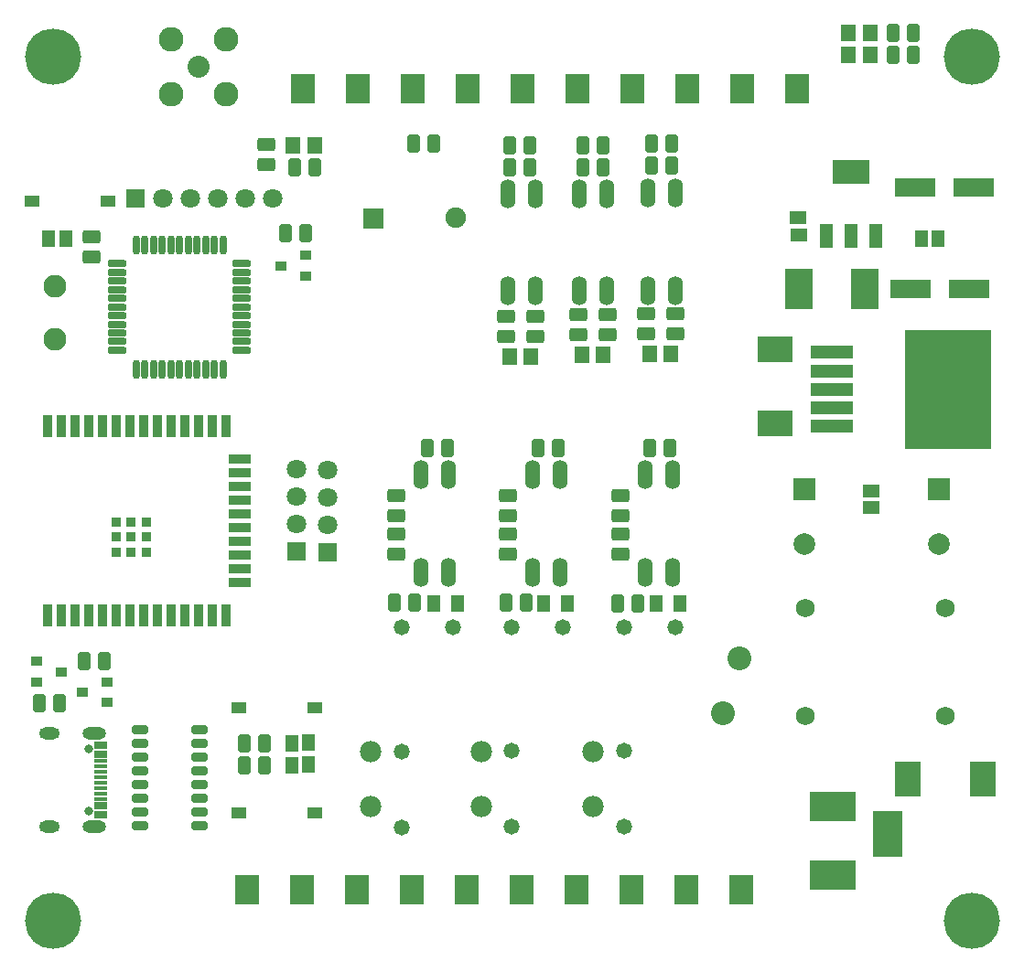
<source format=gts>
G04*
G04 #@! TF.GenerationSoftware,Altium Limited,Altium Designer,18.0.11 (651)*
G04*
G04 Layer_Color=8388736*
%FSTAX24Y24*%
%MOIN*%
G70*
G01*
G75*
%ADD38R,0.0354X0.0354*%
%ADD39R,0.0354X0.0787*%
%ADD40R,0.0787X0.0354*%
%ADD48R,0.0474X0.0867*%
%ADD49R,0.1379X0.0867*%
%ADD50R,0.0592X0.0474*%
%ADD51R,0.1308X0.0966*%
%ADD52R,0.0966X0.1308*%
%ADD53R,0.1005X0.1458*%
G04:AMPARAMS|DCode=54|XSize=59.6mil|YSize=32.4mil|CornerRadius=7.1mil|HoleSize=0mil|Usage=FLASHONLY|Rotation=180.000|XOffset=0mil|YOffset=0mil|HoleType=Round|Shape=RoundedRectangle|*
%AMROUNDEDRECTD54*
21,1,0.0596,0.0183,0,0,180.0*
21,1,0.0455,0.0324,0,0,180.0*
1,1,0.0141,-0.0227,0.0092*
1,1,0.0141,0.0227,0.0092*
1,1,0.0141,0.0227,-0.0092*
1,1,0.0141,-0.0227,-0.0092*
%
%ADD54ROUNDEDRECTD54*%
%ADD55R,0.3182X0.4348*%
%ADD56R,0.1572X0.0470*%
G04:AMPARAMS|DCode=57|XSize=47.4mil|YSize=63.9mil|CornerRadius=8.9mil|HoleSize=0mil|Usage=FLASHONLY|Rotation=90.000|XOffset=0mil|YOffset=0mil|HoleType=Round|Shape=RoundedRectangle|*
%AMROUNDEDRECTD57*
21,1,0.0474,0.0461,0,0,90.0*
21,1,0.0295,0.0639,0,0,90.0*
1,1,0.0178,0.0230,0.0148*
1,1,0.0178,0.0230,-0.0148*
1,1,0.0178,-0.0230,-0.0148*
1,1,0.0178,-0.0230,0.0148*
%
%ADD57ROUNDEDRECTD57*%
G04:AMPARAMS|DCode=58|XSize=47.4mil|YSize=63.9mil|CornerRadius=8.9mil|HoleSize=0mil|Usage=FLASHONLY|Rotation=180.000|XOffset=0mil|YOffset=0mil|HoleType=Round|Shape=RoundedRectangle|*
%AMROUNDEDRECTD58*
21,1,0.0474,0.0461,0,0,180.0*
21,1,0.0295,0.0639,0,0,180.0*
1,1,0.0178,-0.0148,0.0230*
1,1,0.0178,0.0148,0.0230*
1,1,0.0178,0.0148,-0.0230*
1,1,0.0178,-0.0148,-0.0230*
%
%ADD58ROUNDEDRECTD58*%
%ADD59R,0.0552X0.0592*%
%ADD60R,0.0434X0.0356*%
%ADD61R,0.0552X0.0395*%
G04:AMPARAMS|DCode=62|XSize=25.7mil|YSize=67.1mil|CornerRadius=8.4mil|HoleSize=0mil|Usage=FLASHONLY|Rotation=270.000|XOffset=0mil|YOffset=0mil|HoleType=Round|Shape=RoundedRectangle|*
%AMROUNDEDRECTD62*
21,1,0.0257,0.0502,0,0,270.0*
21,1,0.0089,0.0671,0,0,270.0*
1,1,0.0169,-0.0251,-0.0044*
1,1,0.0169,-0.0251,0.0044*
1,1,0.0169,0.0251,0.0044*
1,1,0.0169,0.0251,-0.0044*
%
%ADD62ROUNDEDRECTD62*%
G04:AMPARAMS|DCode=63|XSize=25.7mil|YSize=67.1mil|CornerRadius=8.4mil|HoleSize=0mil|Usage=FLASHONLY|Rotation=180.000|XOffset=0mil|YOffset=0mil|HoleType=Round|Shape=RoundedRectangle|*
%AMROUNDEDRECTD63*
21,1,0.0257,0.0502,0,0,180.0*
21,1,0.0089,0.0671,0,0,180.0*
1,1,0.0169,-0.0044,0.0251*
1,1,0.0169,0.0044,0.0251*
1,1,0.0169,0.0044,-0.0251*
1,1,0.0169,-0.0044,-0.0251*
%
%ADD63ROUNDEDRECTD63*%
%ADD64O,0.0552X0.1064*%
%ADD65R,0.0474X0.0592*%
%ADD66R,0.1458X0.0710*%
%ADD67R,0.0488X0.0276*%
%ADD68R,0.0488X0.0157*%
%ADD69C,0.0780*%
%ADD70R,0.1080X0.1680*%
%ADD71R,0.1680X0.1080*%
%ADD72C,0.0867*%
%ADD73C,0.0680*%
%ADD74R,0.0749X0.0749*%
%ADD75C,0.0749*%
%ADD76R,0.0867X0.1064*%
%ADD77R,0.0710X0.0710*%
%ADD78C,0.0710*%
%ADD79C,0.0580*%
%ADD80R,0.0710X0.0710*%
%ADD81C,0.0830*%
%ADD82C,0.0900*%
%ADD83C,0.0800*%
%ADD84R,0.0789X0.0789*%
%ADD85C,0.0789*%
%ADD86O,0.0749X0.0434*%
%ADD87O,0.0867X0.0434*%
%ADD88C,0.0316*%
%ADD89C,0.2049*%
D38*
X016827Y027908D02*
D03*
X017378Y028459D02*
D03*
X016827D02*
D03*
Y029011D02*
D03*
X01793D02*
D03*
Y028459D02*
D03*
Y027908D02*
D03*
X017378Y029011D02*
D03*
Y027908D02*
D03*
D39*
X014339Y032495D02*
D03*
X014839D02*
D03*
X015339D02*
D03*
X015839D02*
D03*
X016339D02*
D03*
X016839D02*
D03*
X017339D02*
D03*
X017839D02*
D03*
X018339D02*
D03*
X018839D02*
D03*
X019339D02*
D03*
X019839D02*
D03*
X020339D02*
D03*
X020839D02*
D03*
X014339Y025605D02*
D03*
X014839D02*
D03*
X015339D02*
D03*
X015839D02*
D03*
X019839D02*
D03*
X019339D02*
D03*
X018839D02*
D03*
X018339D02*
D03*
X017839D02*
D03*
X017339D02*
D03*
X016339D02*
D03*
X016839D02*
D03*
X020839D02*
D03*
X020339D02*
D03*
D40*
X021331Y031302D02*
D03*
Y030802D02*
D03*
Y030302D02*
D03*
Y029802D02*
D03*
Y029302D02*
D03*
Y028802D02*
D03*
Y028302D02*
D03*
Y027802D02*
D03*
Y027302D02*
D03*
Y026802D02*
D03*
D48*
X042694Y03944D02*
D03*
X0436D02*
D03*
X044506D02*
D03*
D49*
X0436Y041763D02*
D03*
D50*
X041696Y039477D02*
D03*
X041689Y040089D02*
D03*
X044339Y030139D02*
D03*
X044346Y029527D02*
D03*
D51*
X04085Y03531D02*
D03*
Y03259D02*
D03*
D52*
X04569Y01965D02*
D03*
X04841D02*
D03*
D53*
X041709Y0375D02*
D03*
X044091D02*
D03*
D54*
X019883Y01795D02*
D03*
Y01845D02*
D03*
Y01895D02*
D03*
Y01945D02*
D03*
Y01995D02*
D03*
Y02045D02*
D03*
Y02095D02*
D03*
Y02145D02*
D03*
X017717D02*
D03*
Y02095D02*
D03*
Y02045D02*
D03*
Y01995D02*
D03*
Y01945D02*
D03*
Y01895D02*
D03*
Y01845D02*
D03*
Y01795D02*
D03*
D55*
X04715Y03385D02*
D03*
D56*
X042918Y032511D02*
D03*
Y033181D02*
D03*
Y03385D02*
D03*
Y034519D02*
D03*
Y035189D02*
D03*
D57*
X033672Y035832D02*
D03*
Y036568D02*
D03*
X034747Y035832D02*
D03*
Y036568D02*
D03*
X036144Y035882D02*
D03*
Y036618D02*
D03*
X037197Y035882D02*
D03*
Y036618D02*
D03*
X0223Y042037D02*
D03*
Y042774D02*
D03*
X032097Y036518D02*
D03*
Y035782D02*
D03*
X031044Y036518D02*
D03*
Y035782D02*
D03*
X0352Y029232D02*
D03*
Y029968D02*
D03*
X035213Y028568D02*
D03*
Y027832D02*
D03*
X0311Y029232D02*
D03*
Y029968D02*
D03*
X031113Y028568D02*
D03*
Y027832D02*
D03*
X02705Y029968D02*
D03*
Y029232D02*
D03*
Y027832D02*
D03*
Y028568D02*
D03*
X01595Y039418D02*
D03*
Y038682D02*
D03*
D58*
X037Y0317D02*
D03*
X036264D02*
D03*
X023Y039546D02*
D03*
X023736D02*
D03*
X028418Y0428D02*
D03*
X027682D02*
D03*
X023332Y04195D02*
D03*
X024068D02*
D03*
X037065Y0428D02*
D03*
X036329D02*
D03*
X037065Y042D02*
D03*
X036329D02*
D03*
X034583Y04275D02*
D03*
X033847D02*
D03*
X034583Y04195D02*
D03*
X033847D02*
D03*
X031163Y04275D02*
D03*
X0319D02*
D03*
X031163Y04195D02*
D03*
X0319D02*
D03*
X032214Y0317D02*
D03*
X03295D02*
D03*
X0289D02*
D03*
X028164D02*
D03*
X0351Y02605D02*
D03*
X035836D02*
D03*
X031032Y026056D02*
D03*
X031768D02*
D03*
X0277D02*
D03*
X026964D02*
D03*
X02225Y020144D02*
D03*
X021514D02*
D03*
X02225Y02095D02*
D03*
X021514D02*
D03*
X045868Y04605D02*
D03*
X045132D02*
D03*
X045868Y04685D02*
D03*
X045132D02*
D03*
X015682Y02395D02*
D03*
X016418D02*
D03*
X014032Y022397D02*
D03*
X014768D02*
D03*
D59*
X023281Y04275D02*
D03*
X024068D02*
D03*
X033796Y0351D02*
D03*
X034583D02*
D03*
X03626Y03515D02*
D03*
X037047D02*
D03*
X031947Y03505D02*
D03*
X03116D02*
D03*
X0443Y04605D02*
D03*
X043513D02*
D03*
Y04685D02*
D03*
X0443D02*
D03*
D60*
X022847Y03835D02*
D03*
X023753Y037976D02*
D03*
Y038724D02*
D03*
X014853Y02355D02*
D03*
X013947Y023924D02*
D03*
Y023176D02*
D03*
X015597Y0228D02*
D03*
X016503Y022426D02*
D03*
Y023174D02*
D03*
D61*
X013772Y0407D02*
D03*
X016528D02*
D03*
X024078Y0184D02*
D03*
X021322D02*
D03*
X024078Y02225D02*
D03*
X021322D02*
D03*
D62*
X021414Y035275D02*
D03*
Y03559D02*
D03*
Y035905D02*
D03*
Y03622D02*
D03*
Y036535D02*
D03*
Y03685D02*
D03*
Y037165D02*
D03*
Y03748D02*
D03*
Y037795D02*
D03*
Y03811D02*
D03*
Y038425D02*
D03*
X016886D02*
D03*
Y03811D02*
D03*
Y037795D02*
D03*
Y03748D02*
D03*
Y037165D02*
D03*
Y03685D02*
D03*
Y036535D02*
D03*
Y03622D02*
D03*
Y035905D02*
D03*
Y03559D02*
D03*
Y035275D02*
D03*
D63*
X020725Y039114D02*
D03*
X02041D02*
D03*
X020095D02*
D03*
X01978D02*
D03*
X019465D02*
D03*
X01915D02*
D03*
X018835D02*
D03*
X01852D02*
D03*
X018205D02*
D03*
X01789D02*
D03*
X017575D02*
D03*
Y034586D02*
D03*
X01789D02*
D03*
X018205D02*
D03*
X01852D02*
D03*
X018835D02*
D03*
X01915D02*
D03*
X019465D02*
D03*
X01978D02*
D03*
X020095D02*
D03*
X02041D02*
D03*
X020725D02*
D03*
D64*
X037197Y040993D02*
D03*
X036197D02*
D03*
X037197Y03745D02*
D03*
X036197D02*
D03*
X034697Y040972D02*
D03*
X033697D02*
D03*
X034697Y037428D02*
D03*
X033697D02*
D03*
X031097D02*
D03*
X032097D02*
D03*
X031097Y040972D02*
D03*
X032097D02*
D03*
X0361Y027178D02*
D03*
X0371D02*
D03*
X0361Y030722D02*
D03*
X0371D02*
D03*
X032Y027178D02*
D03*
X033D02*
D03*
X032Y030722D02*
D03*
X033D02*
D03*
X02895D02*
D03*
X02795D02*
D03*
X02895Y027178D02*
D03*
X02795D02*
D03*
D65*
X037383Y02605D02*
D03*
X036517D02*
D03*
X033283D02*
D03*
X032417D02*
D03*
X028417D02*
D03*
X029283D02*
D03*
X015Y03935D02*
D03*
X014388Y039343D02*
D03*
X023842Y020161D02*
D03*
X023229Y020154D02*
D03*
X023839Y020961D02*
D03*
X023227Y020954D02*
D03*
X046161Y039339D02*
D03*
X046773Y039346D02*
D03*
D66*
X048063Y0412D02*
D03*
X045937D02*
D03*
X047913Y0375D02*
D03*
X045787D02*
D03*
D67*
X01627Y01834D02*
D03*
Y018655D02*
D03*
Y020545D02*
D03*
Y02086D02*
D03*
D68*
Y018911D02*
D03*
Y019108D02*
D03*
Y019305D02*
D03*
Y019502D02*
D03*
Y020289D02*
D03*
Y020092D02*
D03*
Y019895D02*
D03*
Y019698D02*
D03*
D69*
X0261Y02065D02*
D03*
Y01865D02*
D03*
X03015Y02065D02*
D03*
Y01865D02*
D03*
X0342Y02065D02*
D03*
Y01865D02*
D03*
D70*
X04495Y01765D02*
D03*
D71*
X04295Y01615D02*
D03*
Y01865D02*
D03*
D72*
X03895Y02205D02*
D03*
X03955Y02405D02*
D03*
D73*
X041932Y02195D02*
D03*
X04705D02*
D03*
X041932D02*
D03*
X04705D02*
D03*
X041932Y025887D02*
D03*
X04705D02*
D03*
D74*
X026197Y040084D02*
D03*
D75*
X029197Y040089D02*
D03*
D76*
X03365Y0448D02*
D03*
X03165D02*
D03*
X02765D02*
D03*
X02965D02*
D03*
X03765D02*
D03*
X03565D02*
D03*
X03965D02*
D03*
X04165D02*
D03*
X02565D02*
D03*
X02365D02*
D03*
X0396Y0156D02*
D03*
X0376D02*
D03*
X0216D02*
D03*
X0236D02*
D03*
X0276D02*
D03*
X0256D02*
D03*
X0336D02*
D03*
X0356D02*
D03*
X0316D02*
D03*
X0296D02*
D03*
D77*
X02455Y0279D02*
D03*
X0234Y027922D02*
D03*
D78*
X02455Y0289D02*
D03*
Y0299D02*
D03*
Y0309D02*
D03*
X0234Y030922D02*
D03*
Y029922D02*
D03*
Y028922D02*
D03*
X01855Y0408D02*
D03*
X01955D02*
D03*
X02055D02*
D03*
X02155D02*
D03*
X02255D02*
D03*
D79*
X03535Y0179D02*
D03*
Y020656D02*
D03*
X0372Y025183D02*
D03*
X03535D02*
D03*
X03125Y0179D02*
D03*
Y020656D02*
D03*
X0331Y025183D02*
D03*
X03125D02*
D03*
X027243Y025167D02*
D03*
X029093D02*
D03*
X027243Y020639D02*
D03*
Y017884D02*
D03*
D80*
X01755Y0408D02*
D03*
D81*
X0146Y037615D02*
D03*
Y035685D02*
D03*
D82*
X02085Y0446D02*
D03*
X01885D02*
D03*
Y0466D02*
D03*
X02085D02*
D03*
D83*
X01985Y0456D02*
D03*
D84*
X0419Y0302D02*
D03*
X0468D02*
D03*
D85*
X0419Y0282D02*
D03*
X0468D02*
D03*
D86*
X0144Y017897D02*
D03*
Y021303D02*
D03*
D87*
X016042Y017897D02*
D03*
Y021303D02*
D03*
D88*
X015849Y018462D02*
D03*
Y020738D02*
D03*
D89*
X01455Y014473D02*
D03*
X048015D02*
D03*
Y045969D02*
D03*
X01455D02*
D03*
M02*

</source>
